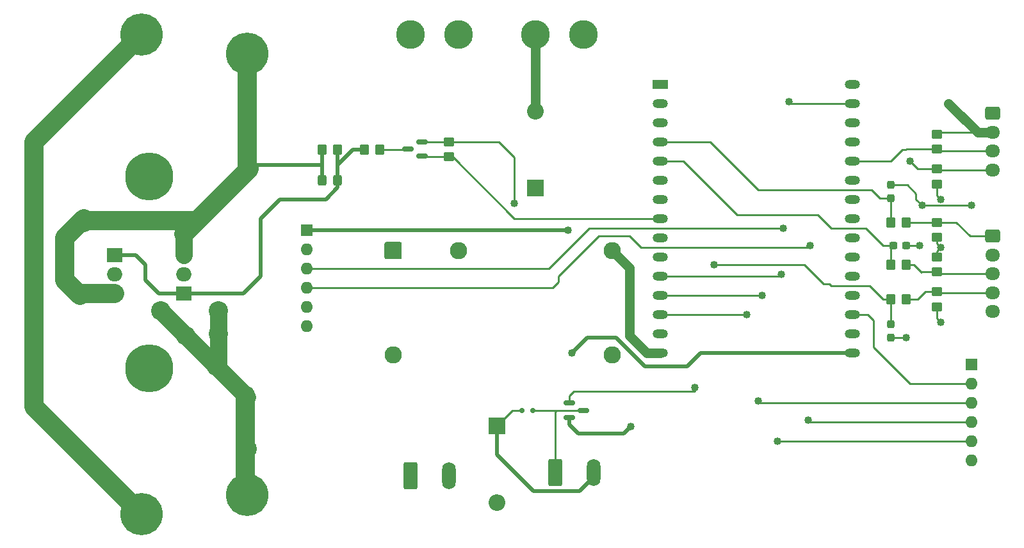
<source format=gbr>
%TF.GenerationSoftware,KiCad,Pcbnew,8.0.8+1*%
%TF.CreationDate,2025-02-28T13:08:22+11:00*%
%TF.ProjectId,mcharger_if,6d636861-7267-4657-925f-69662e6b6963,rev?*%
%TF.SameCoordinates,Original*%
%TF.FileFunction,Copper,L1,Top*%
%TF.FilePolarity,Positive*%
%FSLAX46Y46*%
G04 Gerber Fmt 4.6, Leading zero omitted, Abs format (unit mm)*
G04 Created by KiCad (PCBNEW 8.0.8+1) date 2025-02-28 13:08:22*
%MOMM*%
%LPD*%
G01*
G04 APERTURE LIST*
G04 Aperture macros list*
%AMRoundRect*
0 Rectangle with rounded corners*
0 $1 Rounding radius*
0 $2 $3 $4 $5 $6 $7 $8 $9 X,Y pos of 4 corners*
0 Add a 4 corners polygon primitive as box body*
4,1,4,$2,$3,$4,$5,$6,$7,$8,$9,$2,$3,0*
0 Add four circle primitives for the rounded corners*
1,1,$1+$1,$2,$3*
1,1,$1+$1,$4,$5*
1,1,$1+$1,$6,$7*
1,1,$1+$1,$8,$9*
0 Add four rect primitives between the rounded corners*
20,1,$1+$1,$2,$3,$4,$5,0*
20,1,$1+$1,$4,$5,$6,$7,0*
20,1,$1+$1,$6,$7,$8,$9,0*
20,1,$1+$1,$8,$9,$2,$3,0*%
G04 Aperture macros list end*
%TA.AperFunction,ComponentPad*%
%ADD10C,3.600000*%
%TD*%
%TA.AperFunction,ConnectorPad*%
%ADD11C,5.600000*%
%TD*%
%TA.AperFunction,SMDPad,CuDef*%
%ADD12RoundRect,0.250000X0.350000X0.450000X-0.350000X0.450000X-0.350000X-0.450000X0.350000X-0.450000X0*%
%TD*%
%TA.AperFunction,ComponentPad*%
%ADD13R,1.600000X1.600000*%
%TD*%
%TA.AperFunction,ComponentPad*%
%ADD14O,1.600000X1.600000*%
%TD*%
%TA.AperFunction,ComponentPad*%
%ADD15C,2.600000*%
%TD*%
%TA.AperFunction,ConnectorPad*%
%ADD16C,3.800000*%
%TD*%
%TA.AperFunction,SMDPad,CuDef*%
%ADD17RoundRect,0.150000X0.150000X0.200000X-0.150000X0.200000X-0.150000X-0.200000X0.150000X-0.200000X0*%
%TD*%
%TA.AperFunction,SMDPad,CuDef*%
%ADD18RoundRect,0.250000X-0.450000X0.350000X-0.450000X-0.350000X0.450000X-0.350000X0.450000X0.350000X0*%
%TD*%
%TA.AperFunction,SMDPad,CuDef*%
%ADD19RoundRect,0.237500X0.237500X-0.300000X0.237500X0.300000X-0.237500X0.300000X-0.237500X-0.300000X0*%
%TD*%
%TA.AperFunction,SMDPad,CuDef*%
%ADD20RoundRect,0.250000X-0.350000X-0.450000X0.350000X-0.450000X0.350000X0.450000X-0.350000X0.450000X0*%
%TD*%
%TA.AperFunction,SMDPad,CuDef*%
%ADD21RoundRect,0.237500X-0.237500X0.300000X-0.237500X-0.300000X0.237500X-0.300000X0.237500X0.300000X0*%
%TD*%
%TA.AperFunction,SMDPad,CuDef*%
%ADD22RoundRect,0.250000X0.450000X-0.350000X0.450000X0.350000X-0.450000X0.350000X-0.450000X-0.350000X0*%
%TD*%
%TA.AperFunction,SMDPad,CuDef*%
%ADD23RoundRect,0.237500X-0.300000X-0.237500X0.300000X-0.237500X0.300000X0.237500X-0.300000X0.237500X0*%
%TD*%
%TA.AperFunction,ComponentPad*%
%ADD24R,2.000000X1.905000*%
%TD*%
%TA.AperFunction,ComponentPad*%
%ADD25O,2.000000X1.905000*%
%TD*%
%TA.AperFunction,ComponentPad*%
%ADD26R,2.200000X2.200000*%
%TD*%
%TA.AperFunction,ComponentPad*%
%ADD27O,2.200000X2.200000*%
%TD*%
%TA.AperFunction,ComponentPad*%
%ADD28RoundRect,0.250000X-0.893000X0.893000X-0.893000X-0.893000X0.893000X-0.893000X0.893000X0.893000X0*%
%TD*%
%TA.AperFunction,ComponentPad*%
%ADD29C,2.286000*%
%TD*%
%TA.AperFunction,ComponentPad*%
%ADD30RoundRect,0.250000X-0.650000X-1.550000X0.650000X-1.550000X0.650000X1.550000X-0.650000X1.550000X0*%
%TD*%
%TA.AperFunction,ComponentPad*%
%ADD31O,1.800000X3.600000*%
%TD*%
%TA.AperFunction,ComponentPad*%
%ADD32RoundRect,0.250000X-0.725000X0.600000X-0.725000X-0.600000X0.725000X-0.600000X0.725000X0.600000X0*%
%TD*%
%TA.AperFunction,ComponentPad*%
%ADD33O,1.950000X1.700000*%
%TD*%
%TA.AperFunction,ComponentPad*%
%ADD34R,2.000000X1.200000*%
%TD*%
%TA.AperFunction,ComponentPad*%
%ADD35O,2.000000X1.200000*%
%TD*%
%TA.AperFunction,SMDPad,CuDef*%
%ADD36RoundRect,0.150000X-0.587500X-0.150000X0.587500X-0.150000X0.587500X0.150000X-0.587500X0.150000X0*%
%TD*%
%TA.AperFunction,SMDPad,CuDef*%
%ADD37RoundRect,0.250000X-0.325000X-0.450000X0.325000X-0.450000X0.325000X0.450000X-0.325000X0.450000X0*%
%TD*%
%TA.AperFunction,ComponentPad*%
%ADD38C,6.350000*%
%TD*%
%TA.AperFunction,SMDPad,CuDef*%
%ADD39RoundRect,0.150000X0.587500X0.150000X-0.587500X0.150000X-0.587500X-0.150000X0.587500X-0.150000X0*%
%TD*%
%TA.AperFunction,ViaPad*%
%ADD40C,1.016000*%
%TD*%
%TA.AperFunction,ViaPad*%
%ADD41C,2.540000*%
%TD*%
%TA.AperFunction,Conductor*%
%ADD42C,0.254000*%
%TD*%
%TA.AperFunction,Conductor*%
%ADD43C,2.540000*%
%TD*%
%TA.AperFunction,Conductor*%
%ADD44C,0.508000*%
%TD*%
%TA.AperFunction,Conductor*%
%ADD45C,1.270000*%
%TD*%
%TA.AperFunction,Conductor*%
%ADD46C,2.286000*%
%TD*%
G04 APERTURE END LIST*
D10*
%TO.P,VOUT+48V1,1,1*%
%TO.N,/VOUT48*%
X64770000Y-124460000D03*
D11*
X64770000Y-124460000D03*
%TD*%
D12*
%TO.P,R2,1*%
%TO.N,Net-(Q3-D)*%
X82280000Y-78740000D03*
%TO.P,R2,2*%
%TO.N,/SW_GATE*%
X80280000Y-78740000D03*
%TD*%
D13*
%TO.P,U5,1,VCC*%
%TO.N,+3.3V*%
X72644000Y-89408000D03*
D14*
%TO.P,U5,2,GND*%
%TO.N,GND*%
X72644000Y-91948000D03*
%TO.P,U5,3,SCL*%
%TO.N,/SCL*%
X72644000Y-94488000D03*
%TO.P,U5,4,SDA*%
%TO.N,/SDA*%
X72644000Y-97028000D03*
%TO.P,U5,5,CSB*%
%TO.N,unconnected-(U5-CSB-Pad5)*%
X72644000Y-99568000D03*
%TO.P,U5,6,SDO*%
%TO.N,unconnected-(U5-SDO-Pad6)*%
X72644000Y-102108000D03*
%TD*%
D15*
%TO.P,SMPS_VOUT_V12VP1,1,1*%
%TO.N,/SMPS_12*%
X102870000Y-63500000D03*
D16*
X102870000Y-63500000D03*
%TD*%
D17*
%TO.P,D4,1,K*%
%TO.N,+12V*%
X101092000Y-113284000D03*
%TO.P,D4,2,A*%
%TO.N,Net-(D4-A)*%
X102492000Y-113284000D03*
%TD*%
D18*
%TO.P,R3,1*%
%TO.N,GND*%
X91440000Y-77740000D03*
%TO.P,R3,2*%
%TO.N,/48V_EN*%
X91440000Y-79740000D03*
%TD*%
D19*
%TO.P,C1,1*%
%TO.N,/enc_an*%
X149860000Y-85190500D03*
%TO.P,C1,2*%
%TO.N,GND*%
X149860000Y-83465500D03*
%TD*%
D20*
%TO.P,R8,1*%
%TO.N,/enc_an*%
X149860000Y-88392000D03*
%TO.P,R8,2*%
%TO.N,/enc_an_unb*%
X151860000Y-88392000D03*
%TD*%
D21*
%TO.P,C3,1*%
%TO.N,/push_n*%
X149860000Y-101907000D03*
%TO.P,C3,2*%
%TO.N,GND*%
X149860000Y-103632000D03*
%TD*%
D18*
%TO.P,R6,1*%
%TO.N,+3.3V*%
X155956000Y-92964000D03*
%TO.P,R6,2*%
%TO.N,/enc_bn_unb*%
X155956000Y-94964000D03*
%TD*%
D22*
%TO.P,R7,1*%
%TO.N,+3.3V*%
X155956000Y-90408000D03*
%TO.P,R7,2*%
%TO.N,/enc_an_unb*%
X155956000Y-88408000D03*
%TD*%
D23*
%TO.P,C2,1*%
%TO.N,/enc_bn*%
X150167000Y-91440000D03*
%TO.P,C2,2*%
%TO.N,GND*%
X151892000Y-91440000D03*
%TD*%
D22*
%TO.P,R10,1*%
%TO.N,+3.3V*%
X155956000Y-99568000D03*
%TO.P,R10,2*%
%TO.N,/push_low_n*%
X155956000Y-97568000D03*
%TD*%
D24*
%TO.P,Q1,1,G*%
%TO.N,/SW_GATE*%
X56388000Y-97790000D03*
D25*
%TO.P,Q1,2,D*%
%TO.N,/VOUT48*%
X56388000Y-95250000D03*
%TO.P,Q1,3,S*%
%TO.N,/VIN48*%
X56388000Y-92710000D03*
%TD*%
D26*
%TO.P,D2,1,K*%
%TO.N,+12V*%
X102870000Y-83820000D03*
D27*
%TO.P,D2,2,A*%
%TO.N,/SMPS_12*%
X102870000Y-73660000D03*
%TD*%
D10*
%TO.P,VIN-48V1,1,1*%
%TO.N,GND*%
X50800000Y-63500000D03*
D11*
X50800000Y-63500000D03*
%TD*%
D28*
%TO.P,U1,1,Vin_p*%
%TO.N,+12V*%
X84052000Y-92160000D03*
D29*
%TO.P,U1,2,Vin_gnd*%
%TO.N,GND*%
X84052000Y-105960000D03*
%TO.P,U1,3,VO_GND*%
X113052000Y-105960000D03*
%TO.P,U1,4,V5V_p*%
%TO.N,+5V*%
X113052000Y-92160000D03*
%TO.P,U1,5,EN*%
%TO.N,unconnected-(U1-EN-Pad5)*%
X92710000Y-92176600D03*
%TD*%
D24*
%TO.P,Q2,1,G*%
%TO.N,/SW_GATE*%
X47244000Y-92710000D03*
D25*
%TO.P,Q2,2,D*%
%TO.N,/VOUT48*%
X47244000Y-95250000D03*
%TO.P,Q2,3,S*%
%TO.N,/VIN48*%
X47244000Y-97790000D03*
%TD*%
D20*
%TO.P,R11,1*%
%TO.N,/push_n*%
X149860000Y-98552000D03*
%TO.P,R11,2*%
%TO.N,/push_low_n*%
X151860000Y-98552000D03*
%TD*%
D30*
%TO.P,J1,1,Pin_1*%
%TO.N,GND*%
X86360000Y-121920000D03*
D31*
%TO.P,J1,2,Pin_2*%
%TO.N,/12VIN*%
X91440000Y-121920000D03*
%TD*%
D18*
%TO.P,R4,1*%
%TO.N,+3.3V*%
X155956000Y-76708000D03*
%TO.P,R4,2*%
%TO.N,/SDA*%
X155956000Y-78708000D03*
%TD*%
D15*
%TO.P,SMPS_VINN1,1,1*%
%TO.N,GND*%
X92710000Y-63500000D03*
D16*
X92710000Y-63500000D03*
%TD*%
D13*
%TO.P,U3,1,3V3*%
%TO.N,+3.3V*%
X160528000Y-107188000D03*
D14*
%TO.P,U3,2,CS*%
%TO.N,/SPI_CS*%
X160528000Y-109728000D03*
%TO.P,U3,3,MOSI*%
%TO.N,/MOSI*%
X160528000Y-112268000D03*
%TO.P,U3,4,CLK*%
%TO.N,/SCLK*%
X160528000Y-114808000D03*
%TO.P,U3,5,MISO*%
%TO.N,/MISO*%
X160528000Y-117348000D03*
%TO.P,U3,6,GND*%
%TO.N,GND*%
X160528000Y-119888000D03*
%TD*%
D20*
%TO.P,R9,1*%
%TO.N,/enc_bn*%
X149860000Y-93980000D03*
%TO.P,R9,2*%
%TO.N,/enc_bn_unb*%
X151860000Y-93980000D03*
%TD*%
D15*
%TO.P,SMPS_VOUT_12VN1,1,1*%
%TO.N,GND*%
X109220000Y-63500000D03*
D16*
X109220000Y-63500000D03*
%TD*%
D22*
%TO.P,R5,1*%
%TO.N,+3.3V*%
X155956000Y-83312000D03*
%TO.P,R5,2*%
%TO.N,/SCL*%
X155956000Y-81312000D03*
%TD*%
D32*
%TO.P,J4,1,Pin_1*%
%TO.N,/enc_an_unb*%
X163290000Y-90210000D03*
D33*
%TO.P,J4,2,Pin_2*%
%TO.N,GND*%
X163290000Y-92710000D03*
%TO.P,J4,3,Pin_3*%
%TO.N,/enc_bn_unb*%
X163290000Y-95210000D03*
%TO.P,J4,4,Pin_4*%
%TO.N,/push_low_n*%
X163290000Y-97710000D03*
%TO.P,J4,5,Pin_5*%
%TO.N,GND*%
X163290000Y-100210000D03*
%TD*%
D34*
%TO.P,U2,1,EN*%
%TO.N,unconnected-(U2-EN-Pad1)*%
X119380000Y-70104000D03*
D35*
%TO.P,U2,2,VP*%
%TO.N,unconnected-(U2-VP-Pad2)*%
X119380000Y-72644000D03*
%TO.P,U2,3,VN*%
%TO.N,unconnected-(U2-VN-Pad3)*%
X119380000Y-75184000D03*
%TO.P,U2,4,D34*%
%TO.N,/enc_an*%
X119380000Y-77724000D03*
%TO.P,U2,5,D35*%
%TO.N,/enc_bn*%
X119380000Y-80264000D03*
%TO.P,U2,6,D32*%
%TO.N,unconnected-(U2-D32-Pad6)*%
X119380000Y-82804000D03*
%TO.P,U2,7,D33*%
%TO.N,/push_n*%
X119380000Y-85344000D03*
%TO.P,U2,8,D25*%
%TO.N,/48V_EN*%
X119380000Y-87884000D03*
%TO.P,U2,9,D26*%
%TO.N,unconnected-(U2-D26-Pad9)*%
X119380000Y-90424000D03*
%TO.P,U2,10,D27*%
%TO.N,/FAN_EN_L*%
X119380000Y-92964000D03*
%TO.P,U2,11,D14*%
%TO.N,/SCLK*%
X119380000Y-95504000D03*
%TO.P,U2,12,D12*%
%TO.N,/MISO*%
X119380000Y-98044000D03*
%TO.P,U2,13,D13*%
%TO.N,/MOSI*%
X119380000Y-100584000D03*
%TO.P,U2,14,GND*%
%TO.N,GND*%
X119380000Y-103124000D03*
%TO.P,U2,15,VIN*%
%TO.N,+5V*%
X119380000Y-105664000D03*
%TO.P,U2,16,3V3*%
%TO.N,+3.3V*%
X144780000Y-105664000D03*
%TO.P,U2,17,GND*%
%TO.N,GND*%
X144780000Y-103124000D03*
%TO.P,U2,18,D15*%
%TO.N,/SPI_CS*%
X144780000Y-100584000D03*
%TO.P,U2,19,D2*%
%TO.N,unconnected-(U2-D2-Pad19)*%
X144780000Y-98044000D03*
%TO.P,U2,20,D4*%
%TO.N,unconnected-(U2-D4-Pad20)*%
X144780000Y-95504000D03*
%TO.P,U2,21,D16*%
%TO.N,unconnected-(U2-D16-Pad21)*%
X144780000Y-92964000D03*
%TO.P,U2,22,D17*%
%TO.N,unconnected-(U2-D17-Pad22)*%
X144780000Y-90424000D03*
%TO.P,U2,23,D5*%
%TO.N,unconnected-(U2-D5-Pad23)*%
X144780000Y-87884000D03*
%TO.P,U2,24,D18*%
%TO.N,unconnected-(U2-D18-Pad24)*%
X144780000Y-85344000D03*
%TO.P,U2,25,D19*%
%TO.N,unconnected-(U2-D19-Pad25)*%
X144780000Y-82804000D03*
%TO.P,U2,26,D21*%
%TO.N,/SDA*%
X144780000Y-80264000D03*
%TO.P,U2,27,RXD0*%
%TO.N,unconnected-(U2-RXD0-Pad27)*%
X144780000Y-77724000D03*
%TO.P,U2,28,TXD0*%
%TO.N,unconnected-(U2-TXD0-Pad28)*%
X144780000Y-75184000D03*
%TO.P,U2,29,D22*%
%TO.N,/SCL*%
X144780000Y-72644000D03*
%TO.P,U2,30,D23*%
%TO.N,unconnected-(U2-D23-Pad30)*%
X144780000Y-70104000D03*
%TD*%
D36*
%TO.P,Q4,1,G*%
%TO.N,/FAN_EN_L*%
X107345000Y-112334000D03*
%TO.P,Q4,2,S*%
%TO.N,GND*%
X107345000Y-114234000D03*
%TO.P,Q4,3,D*%
%TO.N,Net-(D4-A)*%
X109220000Y-113284000D03*
%TD*%
D10*
%TO.P,VOUT-48V3,1,1*%
%TO.N,GND*%
X50800000Y-127000000D03*
D11*
X50800000Y-127000000D03*
%TD*%
D26*
%TO.P,D3,1,K*%
%TO.N,+12V*%
X97790000Y-115316000D03*
D27*
%TO.P,D3,2,A*%
%TO.N,/12VIN*%
X97790000Y-125476000D03*
%TD*%
D20*
%TO.P,R1,1*%
%TO.N,/VIN48*%
X74692000Y-78740000D03*
%TO.P,R1,2*%
%TO.N,/SW_GATE*%
X76692000Y-78740000D03*
%TD*%
D10*
%TO.P,VIN+48V1,1,1*%
%TO.N,/VIN48*%
X64770000Y-66040000D03*
D11*
X64770000Y-66040000D03*
%TD*%
D32*
%TO.P,J3,1,Pin_1*%
%TO.N,GND*%
X163290000Y-73990000D03*
D33*
%TO.P,J3,2,Pin_2*%
%TO.N,+3.3V*%
X163290000Y-76490000D03*
%TO.P,J3,3,Pin_3*%
%TO.N,/SDA*%
X163290000Y-78990000D03*
%TO.P,J3,4,Pin_4*%
%TO.N,/SCL*%
X163290000Y-81490000D03*
%TD*%
D37*
%TO.P,D1,1,K*%
%TO.N,/VIN48*%
X74676000Y-82804000D03*
%TO.P,D1,2,A*%
%TO.N,/SW_GATE*%
X76726000Y-82804000D03*
%TD*%
D38*
%TO.P,U4,1,MT1*%
%TO.N,unconnected-(U4-MT1-Pad1)*%
X51816000Y-82296000D03*
%TO.P,U4,2,MT2*%
%TO.N,unconnected-(U4-MT2-Pad2)*%
X51816000Y-107696000D03*
%TD*%
D39*
%TO.P,Q3,1,G*%
%TO.N,/48V_EN*%
X87884000Y-79624000D03*
%TO.P,Q3,2,S*%
%TO.N,GND*%
X87884000Y-77724000D03*
%TO.P,Q3,3,D*%
%TO.N,Net-(Q3-D)*%
X86009000Y-78674000D03*
%TD*%
D30*
%TO.P,J2,1,Pin_1*%
%TO.N,Net-(D4-A)*%
X105465000Y-121527500D03*
D31*
%TO.P,J2,2,Pin_2*%
%TO.N,+12V*%
X110545000Y-121527500D03*
%TD*%
D15*
%TO.P,SMPS_VINP1,1,1*%
%TO.N,/VIN48*%
X86360000Y-63500000D03*
D16*
X86360000Y-63500000D03*
%TD*%
D40*
%TO.N,GND*%
X160528000Y-86106000D03*
X115443000Y-115443000D03*
X153670000Y-91440000D03*
X153997000Y-86179000D03*
X151892000Y-103632000D03*
X100076000Y-85852000D03*
%TO.N,/SCLK*%
X135382000Y-95250000D03*
X138938000Y-114554000D03*
%TO.N,/SDA*%
X139192000Y-91440000D03*
%TO.N,/SCL*%
X136398000Y-72390000D03*
X135636000Y-89154000D03*
X152400000Y-80264000D03*
%TO.N,/push_n*%
X126492000Y-93980000D03*
%TO.N,/MOSI*%
X130810000Y-100584000D03*
X132334000Y-112014000D03*
%TO.N,+3.3V*%
X156464000Y-85344000D03*
X156464000Y-91694000D03*
X156464000Y-101600000D03*
X107188000Y-89408000D03*
X107696000Y-105664000D03*
X157480000Y-72644000D03*
%TO.N,/MISO*%
X134874000Y-117348000D03*
X132842000Y-98044000D03*
D41*
%TO.N,/VIN48*%
X40640000Y-95504000D03*
X43180000Y-88392000D03*
X61468000Y-84836000D03*
X64770000Y-76708000D03*
X64770000Y-71120000D03*
%TO.N,/VOUT48*%
X56642000Y-103378000D03*
X60960000Y-100076000D03*
X64516000Y-111252000D03*
X53340000Y-100076000D03*
X60960000Y-103124000D03*
X60706000Y-107442000D03*
X64770000Y-118364000D03*
D40*
%TO.N,/FAN_EN_L*%
X123952000Y-110236000D03*
%TD*%
D42*
%TO.N,GND*%
X87884000Y-77724000D02*
X88392000Y-77724000D01*
X160455000Y-86179000D02*
X160528000Y-86106000D01*
X97536000Y-77724000D02*
X98044000Y-77724000D01*
D43*
X36576000Y-112776000D02*
X50800000Y-127000000D01*
D42*
X97520000Y-77740000D02*
X97536000Y-77724000D01*
X151892000Y-103632000D02*
X149860000Y-103632000D01*
X153162000Y-85344000D02*
X153997000Y-86179000D01*
D44*
X107345000Y-114234000D02*
X107345000Y-115159000D01*
D42*
X91440000Y-77740000D02*
X97520000Y-77740000D01*
D43*
X50800000Y-63500000D02*
X36576000Y-77724000D01*
D42*
X100076000Y-79756000D02*
X100076000Y-85852000D01*
X88392000Y-77724000D02*
X88408000Y-77740000D01*
D44*
X107345000Y-115159000D02*
X108518000Y-116332000D01*
D42*
X153162000Y-84582000D02*
X153162000Y-85344000D01*
X152045500Y-83465500D02*
X153162000Y-84582000D01*
X153997000Y-86179000D02*
X160455000Y-86179000D01*
D44*
X108518000Y-116332000D02*
X114554000Y-116332000D01*
D43*
X36576000Y-77724000D02*
X36576000Y-112776000D01*
D44*
X114554000Y-116332000D02*
X115443000Y-115443000D01*
D42*
X91440000Y-64770000D02*
X92710000Y-63500000D01*
X151892000Y-91440000D02*
X153670000Y-91440000D01*
X88408000Y-77740000D02*
X91440000Y-77740000D01*
X149860000Y-83465500D02*
X152045500Y-83465500D01*
X98044000Y-77724000D02*
X100076000Y-79756000D01*
%TO.N,/SCLK*%
X139192000Y-114808000D02*
X160528000Y-114808000D01*
X138938000Y-114554000D02*
X139192000Y-114808000D01*
X119380000Y-95504000D02*
X135128000Y-95504000D01*
X135128000Y-95504000D02*
X135382000Y-95250000D01*
%TO.N,/48V_EN*%
X91932000Y-79740000D02*
X91440000Y-79740000D01*
X100076000Y-87884000D02*
X91932000Y-79740000D01*
X88000000Y-79740000D02*
X87884000Y-79624000D01*
X119380000Y-87884000D02*
X100076000Y-87884000D01*
X91440000Y-79740000D02*
X88000000Y-79740000D01*
%TO.N,/SDA*%
X115316000Y-90170000D02*
X116840000Y-91694000D01*
X111252000Y-90170000D02*
X115316000Y-90170000D01*
X149860000Y-80264000D02*
X151384000Y-78740000D01*
X151384000Y-78740000D02*
X151892000Y-78740000D01*
X163290000Y-78990000D02*
X156238000Y-78990000D01*
X72644000Y-97028000D02*
X105156000Y-97028000D01*
X118364000Y-91694000D02*
X138684000Y-91694000D01*
X151892000Y-78740000D02*
X151924000Y-78708000D01*
X156238000Y-78990000D02*
X155956000Y-78708000D01*
X138938000Y-91440000D02*
X139192000Y-91440000D01*
X116840000Y-91694000D02*
X118364000Y-91694000D01*
X138684000Y-91694000D02*
X138938000Y-91440000D01*
X105918000Y-96266000D02*
X105918000Y-95504000D01*
X144780000Y-80264000D02*
X149860000Y-80264000D01*
X105156000Y-97028000D02*
X105918000Y-96266000D01*
X151924000Y-78708000D02*
X155956000Y-78708000D01*
X105918000Y-95504000D02*
X111252000Y-90170000D01*
%TO.N,/enc_bn*%
X146558000Y-89154000D02*
X141986000Y-89154000D01*
X122428000Y-80264000D02*
X119380000Y-80264000D01*
X140208000Y-87376000D02*
X129540000Y-87376000D01*
X129540000Y-87376000D02*
X122428000Y-80264000D01*
X148844000Y-91440000D02*
X146558000Y-89154000D01*
X141986000Y-89154000D02*
X140208000Y-87376000D01*
X150167000Y-91440000D02*
X148844000Y-91440000D01*
X149860000Y-91747000D02*
X150167000Y-91440000D01*
X149860000Y-93980000D02*
X149860000Y-91747000D01*
D45*
%TO.N,+5V*%
X119380000Y-105664000D02*
X117602000Y-105664000D01*
X115316000Y-103378000D02*
X115316000Y-94424000D01*
X117602000Y-105664000D02*
X115316000Y-103378000D01*
X115316000Y-94424000D02*
X113052000Y-92160000D01*
D42*
%TO.N,/SCL*%
X163290000Y-81490000D02*
X156134000Y-81490000D01*
X72644000Y-94488000D02*
X104648000Y-94488000D01*
X153448000Y-81312000D02*
X152400000Y-80264000D01*
X155956000Y-81312000D02*
X153448000Y-81312000D01*
X104648000Y-94488000D02*
X109982000Y-89154000D01*
X136398000Y-72390000D02*
X136652000Y-72644000D01*
X136652000Y-72644000D02*
X144780000Y-72644000D01*
X109982000Y-89154000D02*
X135636000Y-89154000D01*
X156134000Y-81490000D02*
X155956000Y-81312000D01*
%TO.N,/SPI_CS*%
X147574000Y-104902000D02*
X147574000Y-101346000D01*
X147574000Y-101346000D02*
X146812000Y-100584000D01*
X146812000Y-100584000D02*
X144780000Y-100584000D01*
X152400000Y-109728000D02*
X147574000Y-104902000D01*
X160528000Y-109728000D02*
X152400000Y-109728000D01*
%TO.N,/push_n*%
X147066000Y-96774000D02*
X141986000Y-96774000D01*
X148844000Y-98552000D02*
X147066000Y-96774000D01*
X138430000Y-93980000D02*
X126492000Y-93980000D01*
X141986000Y-96774000D02*
X141732000Y-96520000D01*
X149860000Y-101907000D02*
X149860000Y-98552000D01*
X140970000Y-96520000D02*
X138430000Y-93980000D01*
X141732000Y-96520000D02*
X140970000Y-96520000D01*
X149860000Y-98552000D02*
X148844000Y-98552000D01*
%TO.N,/MOSI*%
X130302000Y-100584000D02*
X130810000Y-100584000D01*
X132334000Y-112014000D02*
X132588000Y-112268000D01*
X119380000Y-100584000D02*
X130302000Y-100584000D01*
X132588000Y-112268000D02*
X160528000Y-112268000D01*
%TO.N,/enc_an*%
X149860000Y-88392000D02*
X149860000Y-85190500D01*
X148436500Y-85190500D02*
X147320000Y-84074000D01*
X149860000Y-85190500D02*
X148436500Y-85190500D01*
X125984000Y-77724000D02*
X119380000Y-77724000D01*
X147320000Y-84074000D02*
X132334000Y-84074000D01*
X132334000Y-84074000D02*
X125984000Y-77724000D01*
%TO.N,+3.3V*%
X156174000Y-76490000D02*
X155956000Y-76708000D01*
X155956000Y-91186000D02*
X156464000Y-91694000D01*
D44*
X117348000Y-107442000D02*
X122936000Y-107442000D01*
D42*
X155956000Y-90408000D02*
X155956000Y-91186000D01*
D44*
X107696000Y-105664000D02*
X109728000Y-103632000D01*
X72644000Y-89408000D02*
X104140000Y-89408000D01*
D42*
X155956000Y-101092000D02*
X156464000Y-101600000D01*
X155956000Y-92964000D02*
X155956000Y-92202000D01*
X155956000Y-99568000D02*
X155956000Y-101092000D01*
D45*
X163290000Y-76490000D02*
X161326000Y-76490000D01*
D44*
X104140000Y-89408000D02*
X107188000Y-89408000D01*
X113538000Y-103632000D02*
X117348000Y-107442000D01*
D45*
X161326000Y-76490000D02*
X157480000Y-72644000D01*
D42*
X163290000Y-76490000D02*
X156174000Y-76490000D01*
X155956000Y-92202000D02*
X156464000Y-91694000D01*
D44*
X124714000Y-105664000D02*
X144780000Y-105664000D01*
X122936000Y-107442000D02*
X124714000Y-105664000D01*
D42*
X155956000Y-83312000D02*
X155956000Y-84836000D01*
D44*
X109728000Y-103632000D02*
X113538000Y-103632000D01*
D42*
X155956000Y-84836000D02*
X156464000Y-85344000D01*
%TO.N,/MISO*%
X134874000Y-117348000D02*
X160528000Y-117348000D01*
X119380000Y-98044000D02*
X132842000Y-98044000D01*
%TO.N,/enc_an_unb*%
X158496000Y-88392000D02*
X151860000Y-88392000D01*
X163290000Y-90210000D02*
X160314000Y-90210000D01*
X160314000Y-90210000D02*
X158496000Y-88392000D01*
%TO.N,/enc_bn_unb*%
X153924000Y-94996000D02*
X153956000Y-94964000D01*
X163290000Y-95210000D02*
X156202000Y-95210000D01*
X156202000Y-95210000D02*
X155956000Y-94964000D01*
X151860000Y-93980000D02*
X152908000Y-93980000D01*
X152908000Y-93980000D02*
X153924000Y-94996000D01*
X153956000Y-94964000D02*
X155956000Y-94964000D01*
%TO.N,/push_low_n*%
X156098000Y-97710000D02*
X155956000Y-97568000D01*
X151860000Y-98552000D02*
X153416000Y-98552000D01*
X154464000Y-97568000D02*
X155956000Y-97568000D01*
X153416000Y-98552000D02*
X154432000Y-97536000D01*
X163290000Y-97710000D02*
X156098000Y-97710000D01*
X154432000Y-97536000D02*
X154464000Y-97568000D01*
%TO.N,Net-(D4-A)*%
X105664000Y-113284000D02*
X102492000Y-113284000D01*
X109220000Y-113284000D02*
X105664000Y-113284000D01*
X105465000Y-121527500D02*
X105465000Y-113483000D01*
X105465000Y-113483000D02*
X105664000Y-113284000D01*
D44*
%TO.N,+12V*%
X108712000Y-123952000D02*
X102616000Y-123952000D01*
X102616000Y-123952000D02*
X97790000Y-119126000D01*
D42*
X101092000Y-113284000D02*
X99822000Y-113284000D01*
D44*
X110545000Y-121527500D02*
X110545000Y-122119000D01*
D42*
X99822000Y-113284000D02*
X97790000Y-115316000D01*
D44*
X97790000Y-119126000D02*
X97790000Y-115316000D01*
X110545000Y-122119000D02*
X108712000Y-123952000D01*
%TO.N,/SW_GATE*%
X64262000Y-97790000D02*
X56388000Y-97790000D01*
X76726000Y-78774000D02*
X76692000Y-78740000D01*
X51308000Y-93980000D02*
X51308000Y-96012000D01*
X76726000Y-82804000D02*
X76726000Y-80772000D01*
X76726000Y-80772000D02*
X76726000Y-78774000D01*
X69088000Y-85344000D02*
X66548000Y-87884000D01*
X51308000Y-96012000D02*
X53086000Y-97790000D01*
X53086000Y-97790000D02*
X56388000Y-97790000D01*
X66548000Y-95504000D02*
X64262000Y-97790000D01*
X76726000Y-80772000D02*
X78758000Y-78740000D01*
X75184000Y-85344000D02*
X69088000Y-85344000D01*
X76726000Y-83802000D02*
X75184000Y-85344000D01*
X76726000Y-82804000D02*
X76726000Y-83802000D01*
X47244000Y-92710000D02*
X50038000Y-92710000D01*
X78758000Y-78740000D02*
X80280000Y-78740000D01*
X66548000Y-87884000D02*
X66548000Y-95504000D01*
X50038000Y-92710000D02*
X51308000Y-93980000D01*
D42*
%TO.N,Net-(Q3-D)*%
X82280000Y-78740000D02*
X85943000Y-78740000D01*
X85943000Y-78740000D02*
X86009000Y-78674000D01*
D43*
%TO.N,/VIN48*%
X65024000Y-81280000D02*
X64770000Y-81026000D01*
X58420000Y-87884000D02*
X58166000Y-88138000D01*
D44*
X74676000Y-82804000D02*
X74676000Y-80772000D01*
X65024000Y-80772000D02*
X64770000Y-81026000D01*
D43*
X40640000Y-90424000D02*
X40640000Y-96012000D01*
X40640000Y-96012000D02*
X42672000Y-98044000D01*
D44*
X74676000Y-80772000D02*
X65024000Y-80772000D01*
D43*
X42926000Y-97790000D02*
X47244000Y-97790000D01*
D46*
X56388000Y-92710000D02*
X56388000Y-89916000D01*
D43*
X56388000Y-89916000D02*
X58420000Y-87884000D01*
D44*
X74676000Y-80772000D02*
X74676000Y-78756000D01*
D43*
X58420000Y-87884000D02*
X65024000Y-81280000D01*
X43180000Y-87884000D02*
X40640000Y-90424000D01*
X43434000Y-88138000D02*
X43180000Y-87884000D01*
X42672000Y-98044000D02*
X42926000Y-97790000D01*
X58166000Y-88138000D02*
X43434000Y-88138000D01*
D44*
X74676000Y-78756000D02*
X74692000Y-78740000D01*
D43*
X64770000Y-81026000D02*
X64770000Y-66040000D01*
D46*
%TO.N,/VOUT48*%
X60706000Y-107442000D02*
X53340000Y-100076000D01*
D43*
X64516000Y-124206000D02*
X64770000Y-124460000D01*
D46*
X64770000Y-111506000D02*
X60960000Y-107696000D01*
X60960000Y-107696000D02*
X60960000Y-100076000D01*
D43*
X64516000Y-111252000D02*
X64516000Y-124206000D01*
D45*
%TO.N,/SMPS_12*%
X102870000Y-73660000D02*
X102870000Y-63500000D01*
D42*
%TO.N,/FAN_EN_L*%
X123952000Y-110744000D02*
X123952000Y-110236000D01*
X107345000Y-111349000D02*
X107442000Y-111252000D01*
X107950000Y-110744000D02*
X123952000Y-110744000D01*
X107442000Y-111252000D02*
X107950000Y-110744000D01*
X107345000Y-112334000D02*
X107345000Y-111349000D01*
%TD*%
M02*

</source>
